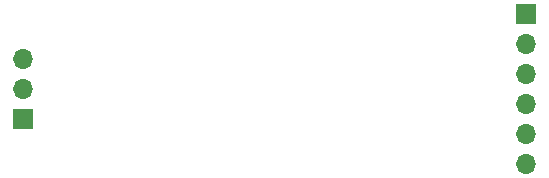
<source format=gbr>
%TF.GenerationSoftware,KiCad,Pcbnew,(5.1.9)-1*%
%TF.CreationDate,2021-02-16T10:35:30-05:00*%
%TF.ProjectId,Blinkbutton1616,426c696e-6b62-4757-9474-6f6e31363136,rev?*%
%TF.SameCoordinates,Original*%
%TF.FileFunction,Soldermask,Bot*%
%TF.FilePolarity,Negative*%
%FSLAX46Y46*%
G04 Gerber Fmt 4.6, Leading zero omitted, Abs format (unit mm)*
G04 Created by KiCad (PCBNEW (5.1.9)-1) date 2021-02-16 10:35:30*
%MOMM*%
%LPD*%
G01*
G04 APERTURE LIST*
%ADD10O,1.700000X1.700000*%
%ADD11R,1.700000X1.700000*%
G04 APERTURE END LIST*
D10*
%TO.C,J2*%
X158115000Y-128270000D03*
X158115000Y-125730000D03*
X158115000Y-123190000D03*
X158115000Y-120650000D03*
X158115000Y-118110000D03*
D11*
X158115000Y-115570000D03*
%TD*%
D10*
%TO.C,J1*%
X115570000Y-119380000D03*
X115570000Y-121920000D03*
D11*
X115570000Y-124460000D03*
%TD*%
M02*

</source>
